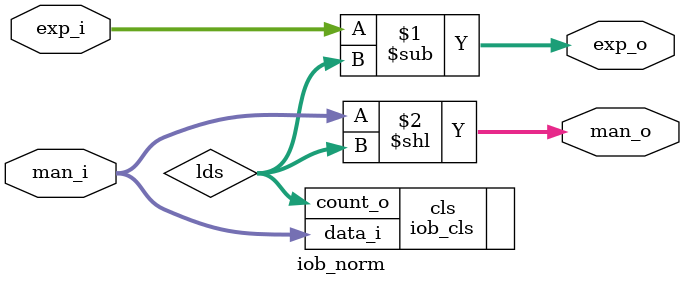
<source format=v>
`timescale 1ns / 1ps

module iob_norm
  #(
    parameter EXP_W  = 8,
    parameter DATA_W = 32
    )
   (
    input [EXP_W-1:0]   exp_i,
    input [DATA_W-1:0]  man_i,

    output [EXP_W-1:0]  exp_o,
    output [DATA_W-1:0] man_o
    );

   wire [$clog2(DATA_W+1)-1:0] lds;
   iob_cls
     #(DATA_W)
   cls
   (
    .data_i  (man_i),
    .count_o (lds)
    );

   assign exp_o = exp_i - lds;
   assign man_o = man_i << lds;

endmodule

</source>
